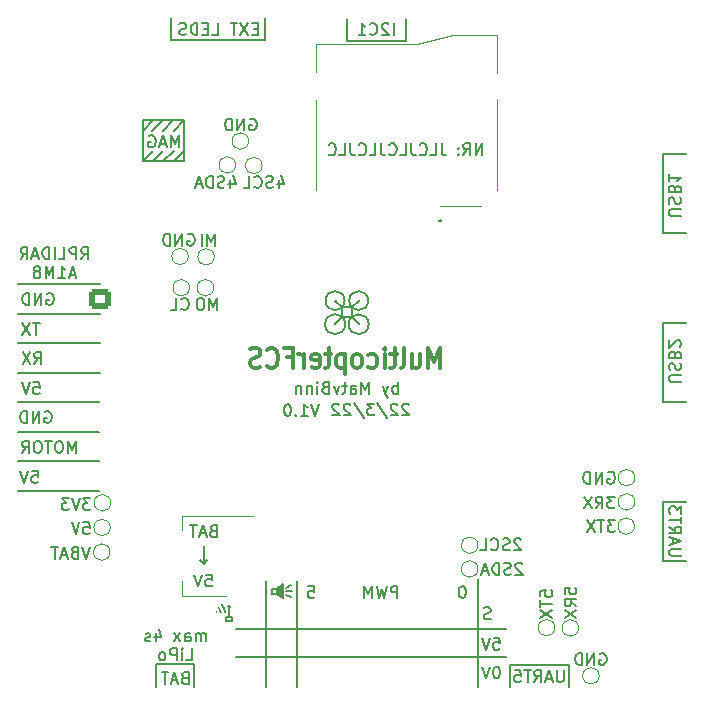
<source format=gbo>
G04 #@! TF.GenerationSoftware,KiCad,Pcbnew,(6.0.1)*
G04 #@! TF.CreationDate,2022-07-12T15:15:51+02:00*
G04 #@! TF.ProjectId,flightController,666c6967-6874-4436-9f6e-74726f6c6c65,1.0*
G04 #@! TF.SameCoordinates,Original*
G04 #@! TF.FileFunction,Legend,Bot*
G04 #@! TF.FilePolarity,Positive*
%FSLAX46Y46*%
G04 Gerber Fmt 4.6, Leading zero omitted, Abs format (unit mm)*
G04 Created by KiCad (PCBNEW (6.0.1)) date 2022-07-12 15:15:51*
%MOMM*%
%LPD*%
G01*
G04 APERTURE LIST*
G04 Aperture macros list*
%AMRoundRect*
0 Rectangle with rounded corners*
0 $1 Rounding radius*
0 $2 $3 $4 $5 $6 $7 $8 $9 X,Y pos of 4 corners*
0 Add a 4 corners polygon primitive as box body*
4,1,4,$2,$3,$4,$5,$6,$7,$8,$9,$2,$3,0*
0 Add four circle primitives for the rounded corners*
1,1,$1+$1,$2,$3*
1,1,$1+$1,$4,$5*
1,1,$1+$1,$6,$7*
1,1,$1+$1,$8,$9*
0 Add four rect primitives between the rounded corners*
20,1,$1+$1,$2,$3,$4,$5,0*
20,1,$1+$1,$4,$5,$6,$7,0*
20,1,$1+$1,$6,$7,$8,$9,0*
20,1,$1+$1,$8,$9,$2,$3,0*%
G04 Aperture macros list end*
%ADD10C,0.150000*%
%ADD11C,0.153000*%
%ADD12C,0.300000*%
%ADD13C,0.120000*%
%ADD14C,5.500000*%
%ADD15RoundRect,0.250000X-0.675000X0.600000X-0.675000X-0.600000X0.675000X-0.600000X0.675000X0.600000X0*%
%ADD16O,1.850000X1.700000*%
%ADD17R,1.700000X1.700000*%
%ADD18O,1.700000X1.700000*%
%ADD19C,0.900000*%
%ADD20C,1.700000*%
%ADD21C,1.000000*%
%ADD22R,0.700000X1.300000*%
%ADD23R,1.200000X1.400000*%
%ADD24R,1.200000X2.000000*%
%ADD25C,1.100000*%
%ADD26R,2.000000X1.500000*%
%ADD27R,2.000000X3.800000*%
G04 APERTURE END LIST*
D10*
X85200000Y-131900000D02*
X85200000Y-133800000D01*
X103125000Y-79125000D02*
X98125000Y-79125000D01*
X111597500Y-128920000D02*
X88697500Y-128920000D01*
X111950000Y-131950000D02*
X116950000Y-131950000D01*
X92697500Y-126320000D02*
X92197500Y-125920000D01*
X92197500Y-125920000D02*
X92197500Y-125520000D01*
X92197500Y-125520000D02*
X92697500Y-125120000D01*
X92697500Y-125120000D02*
X92697500Y-126320000D01*
G36*
X92697500Y-126320000D02*
G01*
X92197500Y-125920000D01*
X92197500Y-125520000D01*
X92697500Y-125120000D01*
X92697500Y-126320000D01*
G37*
X92697500Y-126320000D02*
X92197500Y-125920000D01*
X92197500Y-125520000D01*
X92697500Y-125120000D01*
X92697500Y-126320000D01*
X88162500Y-127862500D02*
X88162500Y-127037500D01*
X124925000Y-123150000D02*
X124925000Y-118150000D01*
X124902500Y-88705000D02*
X126802500Y-88705000D01*
X109200000Y-133825000D02*
X109197500Y-124720000D01*
X111597500Y-131320000D02*
X88697500Y-131320000D01*
X111950000Y-133850000D02*
X111950000Y-131950000D01*
X83450000Y-88425000D02*
X82550000Y-89325000D01*
X81750000Y-85825000D02*
X80850000Y-86725000D01*
X124900000Y-103000000D02*
X126800000Y-103000000D01*
X87925000Y-127862500D02*
X88400000Y-127862500D01*
X88400000Y-127862500D02*
X88400000Y-128237500D01*
X88400000Y-128237500D02*
X87925000Y-128237500D01*
X87925000Y-128237500D02*
X87925000Y-127862500D01*
X86000000Y-123400000D02*
X86300000Y-123100000D01*
X83225000Y-79075000D02*
X83225000Y-77175000D01*
X92997500Y-126020000D02*
X93397500Y-126220000D01*
X87464331Y-127524458D02*
G75*
G03*
X87268033Y-127114473I-443068J39848D01*
G01*
X77150000Y-112225000D02*
X70250000Y-112225000D01*
X87802500Y-127542500D02*
G75*
G03*
X87512500Y-126842500I-862703J52666D01*
G01*
X77200000Y-107225000D02*
X70300000Y-107225000D01*
X99931826Y-101110000D02*
G75*
G03*
X99931826Y-101110000I-806226J0D01*
G01*
X99181502Y-101110000D02*
G75*
G03*
X99181502Y-101110000I-55902J0D01*
G01*
X84350000Y-85825000D02*
X83450000Y-86725000D01*
X86000000Y-123400000D02*
X85700000Y-123100000D01*
X97700600Y-101685000D02*
X98550600Y-101685000D01*
X98550600Y-101685000D02*
X98550600Y-102535000D01*
X98550600Y-102535000D02*
X97700600Y-102535000D01*
X97700600Y-102535000D02*
X97700600Y-101685000D01*
X99181502Y-103110000D02*
G75*
G03*
X99181502Y-103110000I-55902J0D01*
G01*
X77150000Y-117225000D02*
X70250000Y-117225000D01*
X88262500Y-127037500D02*
G75*
G03*
X88262500Y-127037500I-100000J0D01*
G01*
X124925000Y-118150000D02*
X126825000Y-118150000D01*
X103125000Y-77225000D02*
X103125000Y-79125000D01*
X98550600Y-102535000D02*
X99125600Y-103110000D01*
X97931826Y-101110000D02*
G75*
G03*
X97931826Y-101110000I-806226J0D01*
G01*
X80850000Y-85825000D02*
X84350000Y-85825000D01*
X84350000Y-85825000D02*
X84350000Y-89325000D01*
X84350000Y-89325000D02*
X80850000Y-89325000D01*
X80850000Y-89325000D02*
X80850000Y-85825000D01*
X77200000Y-99725000D02*
X70300000Y-99725000D01*
X92997500Y-125720000D02*
X93497500Y-125720000D01*
X81750000Y-88425000D02*
X80850000Y-89325000D01*
X86000000Y-121900000D02*
X86000000Y-123400000D01*
X82575000Y-88425000D02*
X81675000Y-89325000D01*
X98125000Y-79125000D02*
X98125000Y-77225000D01*
X124902500Y-95405000D02*
X124902500Y-88705000D01*
X126800000Y-109700000D02*
X124900000Y-109700000D01*
X97700600Y-102535000D02*
X97125600Y-103110000D01*
X87104255Y-127452500D02*
G75*
G03*
X87104255Y-127452500I-51755J0D01*
G01*
X97125600Y-101110000D02*
X97700600Y-101685000D01*
X82000000Y-133800000D02*
X82000000Y-131900000D01*
X82000000Y-131900000D02*
X85200000Y-131900000D01*
X91797500Y-125520000D02*
X92197500Y-125520000D01*
X92197500Y-125520000D02*
X92197500Y-125920000D01*
X92197500Y-125920000D02*
X91797500Y-125920000D01*
X91797500Y-125920000D02*
X91797500Y-125520000D01*
X97181502Y-101110000D02*
G75*
G03*
X97181502Y-101110000I-55902J0D01*
G01*
X126825000Y-123150000D02*
X124925000Y-123150000D01*
X83425000Y-85825000D02*
X82525000Y-86725000D01*
X99974128Y-103110000D02*
G75*
G03*
X99974128Y-103110000I-848528J0D01*
G01*
X84350000Y-88425000D02*
X83450000Y-89325000D01*
X77200000Y-104725000D02*
X70300000Y-104725000D01*
X82550000Y-85825000D02*
X81650000Y-86725000D01*
X126802500Y-95405000D02*
X124902500Y-95405000D01*
X97980000Y-103110000D02*
G75*
G03*
X97980000Y-103110000I-854400J0D01*
G01*
X91300000Y-133800000D02*
X91297500Y-124850000D01*
X77200000Y-102225000D02*
X70300000Y-102225000D01*
X116950000Y-131950000D02*
X116950000Y-133850000D01*
X77150000Y-109725000D02*
X70250000Y-109725000D01*
X77150000Y-114725000D02*
X70250000Y-114725000D01*
X91225000Y-79075000D02*
X83225000Y-79075000D01*
X92997500Y-125420000D02*
X93397500Y-125220000D01*
X99125600Y-101110000D02*
X98550600Y-101685000D01*
X91225000Y-77175000D02*
X91225000Y-79075000D01*
X93897500Y-133800000D02*
X93897500Y-124820000D01*
X97181502Y-103110000D02*
G75*
G03*
X97181502Y-103110000I-55902J0D01*
G01*
X124900000Y-109700000D02*
X124900000Y-103000000D01*
D11*
X102402261Y-126272380D02*
X102402261Y-125272380D01*
X102021309Y-125272380D01*
X101926071Y-125320000D01*
X101878452Y-125367619D01*
X101830833Y-125462857D01*
X101830833Y-125605714D01*
X101878452Y-125700952D01*
X101926071Y-125748571D01*
X102021309Y-125796190D01*
X102402261Y-125796190D01*
X101497500Y-125272380D02*
X101259404Y-126272380D01*
X101068928Y-125558095D01*
X100878452Y-126272380D01*
X100640357Y-125272380D01*
X100259404Y-126272380D02*
X100259404Y-125272380D01*
X99926071Y-125986666D01*
X99592738Y-125272380D01*
X99592738Y-126272380D01*
X120815476Y-119702380D02*
X120196428Y-119702380D01*
X120529761Y-120083333D01*
X120386904Y-120083333D01*
X120291666Y-120130952D01*
X120244047Y-120178571D01*
X120196428Y-120273809D01*
X120196428Y-120511904D01*
X120244047Y-120607142D01*
X120291666Y-120654761D01*
X120386904Y-120702380D01*
X120672619Y-120702380D01*
X120767857Y-120654761D01*
X120815476Y-120607142D01*
X119910714Y-119702380D02*
X119339285Y-119702380D01*
X119625000Y-120702380D02*
X119625000Y-119702380D01*
X119101190Y-119702380D02*
X118434523Y-120702380D01*
X118434523Y-119702380D02*
X119101190Y-120702380D01*
X86177619Y-129947380D02*
X86177619Y-129280714D01*
X86177619Y-129375952D02*
X86130000Y-129328333D01*
X86034761Y-129280714D01*
X85891904Y-129280714D01*
X85796666Y-129328333D01*
X85749047Y-129423571D01*
X85749047Y-129947380D01*
X85749047Y-129423571D02*
X85701428Y-129328333D01*
X85606190Y-129280714D01*
X85463333Y-129280714D01*
X85368095Y-129328333D01*
X85320476Y-129423571D01*
X85320476Y-129947380D01*
X84415714Y-129947380D02*
X84415714Y-129423571D01*
X84463333Y-129328333D01*
X84558571Y-129280714D01*
X84749047Y-129280714D01*
X84844285Y-129328333D01*
X84415714Y-129899761D02*
X84510952Y-129947380D01*
X84749047Y-129947380D01*
X84844285Y-129899761D01*
X84891904Y-129804523D01*
X84891904Y-129709285D01*
X84844285Y-129614047D01*
X84749047Y-129566428D01*
X84510952Y-129566428D01*
X84415714Y-129518809D01*
X84034761Y-129947380D02*
X83510952Y-129280714D01*
X84034761Y-129280714D02*
X83510952Y-129947380D01*
X81939523Y-129280714D02*
X81939523Y-129947380D01*
X82177619Y-128899761D02*
X82415714Y-129614047D01*
X81796666Y-129614047D01*
X81463333Y-129899761D02*
X81368095Y-129947380D01*
X81177619Y-129947380D01*
X81082380Y-129899761D01*
X81034761Y-129804523D01*
X81034761Y-129756904D01*
X81082380Y-129661666D01*
X81177619Y-129614047D01*
X81320476Y-129614047D01*
X81415714Y-129566428D01*
X81463333Y-129471190D01*
X81463333Y-129423571D01*
X81415714Y-129328333D01*
X81320476Y-129280714D01*
X81177619Y-129280714D01*
X81082380Y-129328333D01*
X84510952Y-131557380D02*
X84987142Y-131557380D01*
X84987142Y-130557380D01*
X84177619Y-131557380D02*
X84177619Y-130890714D01*
X84177619Y-130557380D02*
X84225238Y-130605000D01*
X84177619Y-130652619D01*
X84130000Y-130605000D01*
X84177619Y-130557380D01*
X84177619Y-130652619D01*
X83701428Y-131557380D02*
X83701428Y-130557380D01*
X83320476Y-130557380D01*
X83225238Y-130605000D01*
X83177619Y-130652619D01*
X83130000Y-130747857D01*
X83130000Y-130890714D01*
X83177619Y-130985952D01*
X83225238Y-131033571D01*
X83320476Y-131081190D01*
X83701428Y-131081190D01*
X82558571Y-131557380D02*
X82653809Y-131509761D01*
X82701428Y-131462142D01*
X82749047Y-131366904D01*
X82749047Y-131081190D01*
X82701428Y-130985952D01*
X82653809Y-130938333D01*
X82558571Y-130890714D01*
X82415714Y-130890714D01*
X82320476Y-130938333D01*
X82272857Y-130985952D01*
X82225238Y-131081190D01*
X82225238Y-131366904D01*
X82272857Y-131462142D01*
X82320476Y-131509761D01*
X82415714Y-131557380D01*
X82558571Y-131557380D01*
X86788095Y-120578571D02*
X86645238Y-120626190D01*
X86597619Y-120673809D01*
X86550000Y-120769047D01*
X86550000Y-120911904D01*
X86597619Y-121007142D01*
X86645238Y-121054761D01*
X86740476Y-121102380D01*
X87121428Y-121102380D01*
X87121428Y-120102380D01*
X86788095Y-120102380D01*
X86692857Y-120150000D01*
X86645238Y-120197619D01*
X86597619Y-120292857D01*
X86597619Y-120388095D01*
X86645238Y-120483333D01*
X86692857Y-120530952D01*
X86788095Y-120578571D01*
X87121428Y-120578571D01*
X86169047Y-120816666D02*
X85692857Y-120816666D01*
X86264285Y-121102380D02*
X85930952Y-120102380D01*
X85597619Y-121102380D01*
X85407142Y-120102380D02*
X84835714Y-120102380D01*
X85121428Y-121102380D02*
X85121428Y-120102380D01*
X120236904Y-115650000D02*
X120332142Y-115602380D01*
X120475000Y-115602380D01*
X120617857Y-115650000D01*
X120713095Y-115745238D01*
X120760714Y-115840476D01*
X120808333Y-116030952D01*
X120808333Y-116173809D01*
X120760714Y-116364285D01*
X120713095Y-116459523D01*
X120617857Y-116554761D01*
X120475000Y-116602380D01*
X120379761Y-116602380D01*
X120236904Y-116554761D01*
X120189285Y-116507142D01*
X120189285Y-116173809D01*
X120379761Y-116173809D01*
X119760714Y-116602380D02*
X119760714Y-115602380D01*
X119189285Y-116602380D01*
X119189285Y-115602380D01*
X118713095Y-116602380D02*
X118713095Y-115602380D01*
X118475000Y-115602380D01*
X118332142Y-115650000D01*
X118236904Y-115745238D01*
X118189285Y-115840476D01*
X118141666Y-116030952D01*
X118141666Y-116173809D01*
X118189285Y-116364285D01*
X118236904Y-116459523D01*
X118332142Y-116554761D01*
X118475000Y-116602380D01*
X118713095Y-116602380D01*
X90558214Y-78098571D02*
X90224880Y-78098571D01*
X90082023Y-78622380D02*
X90558214Y-78622380D01*
X90558214Y-77622380D01*
X90082023Y-77622380D01*
X89748690Y-77622380D02*
X89082023Y-78622380D01*
X89082023Y-77622380D02*
X89748690Y-78622380D01*
X88843928Y-77622380D02*
X88272500Y-77622380D01*
X88558214Y-78622380D02*
X88558214Y-77622380D01*
X86701071Y-78622380D02*
X87177261Y-78622380D01*
X87177261Y-77622380D01*
X86367738Y-78098571D02*
X86034404Y-78098571D01*
X85891547Y-78622380D02*
X86367738Y-78622380D01*
X86367738Y-77622380D01*
X85891547Y-77622380D01*
X85462976Y-78622380D02*
X85462976Y-77622380D01*
X85224880Y-77622380D01*
X85082023Y-77670000D01*
X84986785Y-77765238D01*
X84939166Y-77860476D01*
X84891547Y-78050952D01*
X84891547Y-78193809D01*
X84939166Y-78384285D01*
X84986785Y-78479523D01*
X85082023Y-78574761D01*
X85224880Y-78622380D01*
X85462976Y-78622380D01*
X84510595Y-78574761D02*
X84367738Y-78622380D01*
X84129642Y-78622380D01*
X84034404Y-78574761D01*
X83986785Y-78527142D01*
X83939166Y-78431904D01*
X83939166Y-78336666D01*
X83986785Y-78241428D01*
X84034404Y-78193809D01*
X84129642Y-78146190D01*
X84320119Y-78098571D01*
X84415357Y-78050952D01*
X84462976Y-78003333D01*
X84510595Y-77908095D01*
X84510595Y-77812857D01*
X84462976Y-77717619D01*
X84415357Y-77670000D01*
X84320119Y-77622380D01*
X84082023Y-77622380D01*
X83939166Y-77670000D01*
X72111904Y-102977380D02*
X71540476Y-102977380D01*
X71826190Y-103977380D02*
X71826190Y-102977380D01*
X71302380Y-102977380D02*
X70635714Y-103977380D01*
X70635714Y-102977380D02*
X71302380Y-103977380D01*
X75636904Y-97597380D02*
X75970238Y-97121190D01*
X76208333Y-97597380D02*
X76208333Y-96597380D01*
X75827380Y-96597380D01*
X75732142Y-96645000D01*
X75684523Y-96692619D01*
X75636904Y-96787857D01*
X75636904Y-96930714D01*
X75684523Y-97025952D01*
X75732142Y-97073571D01*
X75827380Y-97121190D01*
X76208333Y-97121190D01*
X75208333Y-97597380D02*
X75208333Y-96597380D01*
X74827380Y-96597380D01*
X74732142Y-96645000D01*
X74684523Y-96692619D01*
X74636904Y-96787857D01*
X74636904Y-96930714D01*
X74684523Y-97025952D01*
X74732142Y-97073571D01*
X74827380Y-97121190D01*
X75208333Y-97121190D01*
X73732142Y-97597380D02*
X74208333Y-97597380D01*
X74208333Y-96597380D01*
X73398809Y-97597380D02*
X73398809Y-96597380D01*
X72922619Y-97597380D02*
X72922619Y-96597380D01*
X72684523Y-96597380D01*
X72541666Y-96645000D01*
X72446428Y-96740238D01*
X72398809Y-96835476D01*
X72351190Y-97025952D01*
X72351190Y-97168809D01*
X72398809Y-97359285D01*
X72446428Y-97454523D01*
X72541666Y-97549761D01*
X72684523Y-97597380D01*
X72922619Y-97597380D01*
X71970238Y-97311666D02*
X71494047Y-97311666D01*
X72065476Y-97597380D02*
X71732142Y-96597380D01*
X71398809Y-97597380D01*
X70494047Y-97597380D02*
X70827380Y-97121190D01*
X71065476Y-97597380D02*
X71065476Y-96597380D01*
X70684523Y-96597380D01*
X70589285Y-96645000D01*
X70541666Y-96692619D01*
X70494047Y-96787857D01*
X70494047Y-96930714D01*
X70541666Y-97025952D01*
X70589285Y-97073571D01*
X70684523Y-97121190D01*
X71065476Y-97121190D01*
X75136904Y-98921666D02*
X74660714Y-98921666D01*
X75232142Y-99207380D02*
X74898809Y-98207380D01*
X74565476Y-99207380D01*
X73708333Y-99207380D02*
X74279761Y-99207380D01*
X73994047Y-99207380D02*
X73994047Y-98207380D01*
X74089285Y-98350238D01*
X74184523Y-98445476D01*
X74279761Y-98493095D01*
X73279761Y-99207380D02*
X73279761Y-98207380D01*
X72946428Y-98921666D01*
X72613095Y-98207380D01*
X72613095Y-99207380D01*
X71994047Y-98635952D02*
X72089285Y-98588333D01*
X72136904Y-98540714D01*
X72184523Y-98445476D01*
X72184523Y-98397857D01*
X72136904Y-98302619D01*
X72089285Y-98255000D01*
X71994047Y-98207380D01*
X71803571Y-98207380D01*
X71708333Y-98255000D01*
X71660714Y-98302619D01*
X71613095Y-98397857D01*
X71613095Y-98445476D01*
X71660714Y-98540714D01*
X71708333Y-98588333D01*
X71803571Y-98635952D01*
X71994047Y-98635952D01*
X72089285Y-98683571D01*
X72136904Y-98731190D01*
X72184523Y-98826428D01*
X72184523Y-99016904D01*
X72136904Y-99112142D01*
X72089285Y-99159761D01*
X71994047Y-99207380D01*
X71803571Y-99207380D01*
X71708333Y-99159761D01*
X71660714Y-99112142D01*
X71613095Y-99016904D01*
X71613095Y-98826428D01*
X71660714Y-98731190D01*
X71708333Y-98683571D01*
X71803571Y-98635952D01*
X75815476Y-119852380D02*
X76291666Y-119852380D01*
X76339285Y-120328571D01*
X76291666Y-120280952D01*
X76196428Y-120233333D01*
X75958333Y-120233333D01*
X75863095Y-120280952D01*
X75815476Y-120328571D01*
X75767857Y-120423809D01*
X75767857Y-120661904D01*
X75815476Y-120757142D01*
X75863095Y-120804761D01*
X75958333Y-120852380D01*
X76196428Y-120852380D01*
X76291666Y-120804761D01*
X76339285Y-120757142D01*
X75482142Y-119852380D02*
X75148809Y-120852380D01*
X74815476Y-119852380D01*
X116552380Y-125936904D02*
X116552380Y-125460714D01*
X117028571Y-125413095D01*
X116980952Y-125460714D01*
X116933333Y-125555952D01*
X116933333Y-125794047D01*
X116980952Y-125889285D01*
X117028571Y-125936904D01*
X117123809Y-125984523D01*
X117361904Y-125984523D01*
X117457142Y-125936904D01*
X117504761Y-125889285D01*
X117552380Y-125794047D01*
X117552380Y-125555952D01*
X117504761Y-125460714D01*
X117457142Y-125413095D01*
X117552380Y-126984523D02*
X117076190Y-126651190D01*
X117552380Y-126413095D02*
X116552380Y-126413095D01*
X116552380Y-126794047D01*
X116600000Y-126889285D01*
X116647619Y-126936904D01*
X116742857Y-126984523D01*
X116885714Y-126984523D01*
X116980952Y-126936904D01*
X117028571Y-126889285D01*
X117076190Y-126794047D01*
X117076190Y-126413095D01*
X116552380Y-127317857D02*
X117552380Y-127984523D01*
X116552380Y-127984523D02*
X117552380Y-127317857D01*
D12*
X106025000Y-106794047D02*
X106025000Y-105094047D01*
X105525000Y-106308333D01*
X105025000Y-105094047D01*
X105025000Y-106794047D01*
X103667857Y-105660714D02*
X103667857Y-106794047D01*
X104310714Y-105660714D02*
X104310714Y-106551190D01*
X104239285Y-106713095D01*
X104096428Y-106794047D01*
X103882142Y-106794047D01*
X103739285Y-106713095D01*
X103667857Y-106632142D01*
X102739285Y-106794047D02*
X102882142Y-106713095D01*
X102953571Y-106551190D01*
X102953571Y-105094047D01*
X102382142Y-105660714D02*
X101810714Y-105660714D01*
X102167857Y-105094047D02*
X102167857Y-106551190D01*
X102096428Y-106713095D01*
X101953571Y-106794047D01*
X101810714Y-106794047D01*
X101310714Y-106794047D02*
X101310714Y-105660714D01*
X101310714Y-105094047D02*
X101382142Y-105175000D01*
X101310714Y-105255952D01*
X101239285Y-105175000D01*
X101310714Y-105094047D01*
X101310714Y-105255952D01*
X99953571Y-106713095D02*
X100096428Y-106794047D01*
X100382142Y-106794047D01*
X100525000Y-106713095D01*
X100596428Y-106632142D01*
X100667857Y-106470238D01*
X100667857Y-105984523D01*
X100596428Y-105822619D01*
X100525000Y-105741666D01*
X100382142Y-105660714D01*
X100096428Y-105660714D01*
X99953571Y-105741666D01*
X99096428Y-106794047D02*
X99239285Y-106713095D01*
X99310714Y-106632142D01*
X99382142Y-106470238D01*
X99382142Y-105984523D01*
X99310714Y-105822619D01*
X99239285Y-105741666D01*
X99096428Y-105660714D01*
X98882142Y-105660714D01*
X98739285Y-105741666D01*
X98667857Y-105822619D01*
X98596428Y-105984523D01*
X98596428Y-106470238D01*
X98667857Y-106632142D01*
X98739285Y-106713095D01*
X98882142Y-106794047D01*
X99096428Y-106794047D01*
X97953571Y-105660714D02*
X97953571Y-107360714D01*
X97953571Y-105741666D02*
X97810714Y-105660714D01*
X97525000Y-105660714D01*
X97382142Y-105741666D01*
X97310714Y-105822619D01*
X97239285Y-105984523D01*
X97239285Y-106470238D01*
X97310714Y-106632142D01*
X97382142Y-106713095D01*
X97525000Y-106794047D01*
X97810714Y-106794047D01*
X97953571Y-106713095D01*
X96810714Y-105660714D02*
X96239285Y-105660714D01*
X96596428Y-105094047D02*
X96596428Y-106551190D01*
X96525000Y-106713095D01*
X96382142Y-106794047D01*
X96239285Y-106794047D01*
X95167857Y-106713095D02*
X95310714Y-106794047D01*
X95596428Y-106794047D01*
X95739285Y-106713095D01*
X95810714Y-106551190D01*
X95810714Y-105903571D01*
X95739285Y-105741666D01*
X95596428Y-105660714D01*
X95310714Y-105660714D01*
X95167857Y-105741666D01*
X95096428Y-105903571D01*
X95096428Y-106065476D01*
X95810714Y-106227380D01*
X94453571Y-106794047D02*
X94453571Y-105660714D01*
X94453571Y-105984523D02*
X94382142Y-105822619D01*
X94310714Y-105741666D01*
X94167857Y-105660714D01*
X94025000Y-105660714D01*
X93025000Y-105903571D02*
X93525000Y-105903571D01*
X93525000Y-106794047D02*
X93525000Y-105094047D01*
X92810714Y-105094047D01*
X91382142Y-106632142D02*
X91453571Y-106713095D01*
X91667857Y-106794047D01*
X91810714Y-106794047D01*
X92025000Y-106713095D01*
X92167857Y-106551190D01*
X92239285Y-106389285D01*
X92310714Y-106065476D01*
X92310714Y-105822619D01*
X92239285Y-105498809D01*
X92167857Y-105336904D01*
X92025000Y-105175000D01*
X91810714Y-105094047D01*
X91667857Y-105094047D01*
X91453571Y-105175000D01*
X91382142Y-105255952D01*
X90810714Y-106713095D02*
X90596428Y-106794047D01*
X90239285Y-106794047D01*
X90096428Y-106713095D01*
X90025000Y-106632142D01*
X89953571Y-106470238D01*
X89953571Y-106308333D01*
X90025000Y-106146428D01*
X90096428Y-106065476D01*
X90239285Y-105984523D01*
X90525000Y-105903571D01*
X90667857Y-105822619D01*
X90739285Y-105741666D01*
X90810714Y-105579761D01*
X90810714Y-105417857D01*
X90739285Y-105255952D01*
X90667857Y-105175000D01*
X90525000Y-105094047D01*
X90167857Y-105094047D01*
X89953571Y-105175000D01*
D11*
X72736904Y-100525000D02*
X72832142Y-100477380D01*
X72975000Y-100477380D01*
X73117857Y-100525000D01*
X73213095Y-100620238D01*
X73260714Y-100715476D01*
X73308333Y-100905952D01*
X73308333Y-101048809D01*
X73260714Y-101239285D01*
X73213095Y-101334523D01*
X73117857Y-101429761D01*
X72975000Y-101477380D01*
X72879761Y-101477380D01*
X72736904Y-101429761D01*
X72689285Y-101382142D01*
X72689285Y-101048809D01*
X72879761Y-101048809D01*
X72260714Y-101477380D02*
X72260714Y-100477380D01*
X71689285Y-101477380D01*
X71689285Y-100477380D01*
X71213095Y-101477380D02*
X71213095Y-100477380D01*
X70975000Y-100477380D01*
X70832142Y-100525000D01*
X70736904Y-100620238D01*
X70689285Y-100715476D01*
X70641666Y-100905952D01*
X70641666Y-101048809D01*
X70689285Y-101239285D01*
X70736904Y-101334523D01*
X70832142Y-101429761D01*
X70975000Y-101477380D01*
X71213095Y-101477380D01*
X92340476Y-90885714D02*
X92340476Y-91552380D01*
X92578571Y-90504761D02*
X92816666Y-91219047D01*
X92197619Y-91219047D01*
X91864285Y-91504761D02*
X91721428Y-91552380D01*
X91483333Y-91552380D01*
X91388095Y-91504761D01*
X91340476Y-91457142D01*
X91292857Y-91361904D01*
X91292857Y-91266666D01*
X91340476Y-91171428D01*
X91388095Y-91123809D01*
X91483333Y-91076190D01*
X91673809Y-91028571D01*
X91769047Y-90980952D01*
X91816666Y-90933333D01*
X91864285Y-90838095D01*
X91864285Y-90742857D01*
X91816666Y-90647619D01*
X91769047Y-90600000D01*
X91673809Y-90552380D01*
X91435714Y-90552380D01*
X91292857Y-90600000D01*
X90292857Y-91457142D02*
X90340476Y-91504761D01*
X90483333Y-91552380D01*
X90578571Y-91552380D01*
X90721428Y-91504761D01*
X90816666Y-91409523D01*
X90864285Y-91314285D01*
X90911904Y-91123809D01*
X90911904Y-90980952D01*
X90864285Y-90790476D01*
X90816666Y-90695238D01*
X90721428Y-90600000D01*
X90578571Y-90552380D01*
X90483333Y-90552380D01*
X90340476Y-90600000D01*
X90292857Y-90647619D01*
X89388095Y-91552380D02*
X89864285Y-91552380D01*
X89864285Y-90552380D01*
X114502380Y-126155952D02*
X114502380Y-125679761D01*
X114978571Y-125632142D01*
X114930952Y-125679761D01*
X114883333Y-125775000D01*
X114883333Y-126013095D01*
X114930952Y-126108333D01*
X114978571Y-126155952D01*
X115073809Y-126203571D01*
X115311904Y-126203571D01*
X115407142Y-126155952D01*
X115454761Y-126108333D01*
X115502380Y-126013095D01*
X115502380Y-125775000D01*
X115454761Y-125679761D01*
X115407142Y-125632142D01*
X114502380Y-126489285D02*
X114502380Y-127060714D01*
X115502380Y-126775000D02*
X114502380Y-126775000D01*
X114502380Y-127298809D02*
X115502380Y-127965476D01*
X114502380Y-127965476D02*
X115502380Y-127298809D01*
X110540476Y-129647380D02*
X111016666Y-129647380D01*
X111064285Y-130123571D01*
X111016666Y-130075952D01*
X110921428Y-130028333D01*
X110683333Y-130028333D01*
X110588095Y-130075952D01*
X110540476Y-130123571D01*
X110492857Y-130218809D01*
X110492857Y-130456904D01*
X110540476Y-130552142D01*
X110588095Y-130599761D01*
X110683333Y-130647380D01*
X110921428Y-130647380D01*
X111016666Y-130599761D01*
X111064285Y-130552142D01*
X110207142Y-129647380D02*
X109873809Y-130647380D01*
X109540476Y-129647380D01*
X126372619Y-93938095D02*
X125563095Y-93938095D01*
X125467857Y-93890476D01*
X125420238Y-93842857D01*
X125372619Y-93747619D01*
X125372619Y-93557142D01*
X125420238Y-93461904D01*
X125467857Y-93414285D01*
X125563095Y-93366666D01*
X126372619Y-93366666D01*
X125420238Y-92938095D02*
X125372619Y-92795238D01*
X125372619Y-92557142D01*
X125420238Y-92461904D01*
X125467857Y-92414285D01*
X125563095Y-92366666D01*
X125658333Y-92366666D01*
X125753571Y-92414285D01*
X125801190Y-92461904D01*
X125848809Y-92557142D01*
X125896428Y-92747619D01*
X125944047Y-92842857D01*
X125991666Y-92890476D01*
X126086904Y-92938095D01*
X126182142Y-92938095D01*
X126277380Y-92890476D01*
X126325000Y-92842857D01*
X126372619Y-92747619D01*
X126372619Y-92509523D01*
X126325000Y-92366666D01*
X125896428Y-91604761D02*
X125848809Y-91461904D01*
X125801190Y-91414285D01*
X125705952Y-91366666D01*
X125563095Y-91366666D01*
X125467857Y-91414285D01*
X125420238Y-91461904D01*
X125372619Y-91557142D01*
X125372619Y-91938095D01*
X126372619Y-91938095D01*
X126372619Y-91604761D01*
X126325000Y-91509523D01*
X126277380Y-91461904D01*
X126182142Y-91414285D01*
X126086904Y-91414285D01*
X125991666Y-91461904D01*
X125944047Y-91509523D01*
X125896428Y-91604761D01*
X125896428Y-91938095D01*
X125372619Y-90414285D02*
X125372619Y-90985714D01*
X125372619Y-90700000D02*
X126372619Y-90700000D01*
X126229761Y-90795238D01*
X126134523Y-90890476D01*
X126086904Y-90985714D01*
X76392857Y-121952380D02*
X76059523Y-122952380D01*
X75726190Y-121952380D01*
X75059523Y-122428571D02*
X74916666Y-122476190D01*
X74869047Y-122523809D01*
X74821428Y-122619047D01*
X74821428Y-122761904D01*
X74869047Y-122857142D01*
X74916666Y-122904761D01*
X75011904Y-122952380D01*
X75392857Y-122952380D01*
X75392857Y-121952380D01*
X75059523Y-121952380D01*
X74964285Y-122000000D01*
X74916666Y-122047619D01*
X74869047Y-122142857D01*
X74869047Y-122238095D01*
X74916666Y-122333333D01*
X74964285Y-122380952D01*
X75059523Y-122428571D01*
X75392857Y-122428571D01*
X74440476Y-122666666D02*
X73964285Y-122666666D01*
X74535714Y-122952380D02*
X74202380Y-121952380D01*
X73869047Y-122952380D01*
X73678571Y-121952380D02*
X73107142Y-121952380D01*
X73392857Y-122952380D02*
X73392857Y-121952380D01*
X95758809Y-109867380D02*
X95425476Y-110867380D01*
X95092142Y-109867380D01*
X94235000Y-110867380D02*
X94806428Y-110867380D01*
X94520714Y-110867380D02*
X94520714Y-109867380D01*
X94615952Y-110010238D01*
X94711190Y-110105476D01*
X94806428Y-110153095D01*
X93806428Y-110772142D02*
X93758809Y-110819761D01*
X93806428Y-110867380D01*
X93854047Y-110819761D01*
X93806428Y-110772142D01*
X93806428Y-110867380D01*
X93139761Y-109867380D02*
X93044523Y-109867380D01*
X92949285Y-109915000D01*
X92901666Y-109962619D01*
X92854047Y-110057857D01*
X92806428Y-110248333D01*
X92806428Y-110486428D01*
X92854047Y-110676904D01*
X92901666Y-110772142D01*
X92949285Y-110819761D01*
X93044523Y-110867380D01*
X93139761Y-110867380D01*
X93235000Y-110819761D01*
X93282619Y-110772142D01*
X93330238Y-110676904D01*
X93377857Y-110486428D01*
X93377857Y-110248333D01*
X93330238Y-110057857D01*
X93282619Y-109962619D01*
X93235000Y-109915000D01*
X93139761Y-109867380D01*
X112970476Y-123407619D02*
X112922857Y-123360000D01*
X112827619Y-123312380D01*
X112589523Y-123312380D01*
X112494285Y-123360000D01*
X112446666Y-123407619D01*
X112399047Y-123502857D01*
X112399047Y-123598095D01*
X112446666Y-123740952D01*
X113018095Y-124312380D01*
X112399047Y-124312380D01*
X112018095Y-124264761D02*
X111875238Y-124312380D01*
X111637142Y-124312380D01*
X111541904Y-124264761D01*
X111494285Y-124217142D01*
X111446666Y-124121904D01*
X111446666Y-124026666D01*
X111494285Y-123931428D01*
X111541904Y-123883809D01*
X111637142Y-123836190D01*
X111827619Y-123788571D01*
X111922857Y-123740952D01*
X111970476Y-123693333D01*
X112018095Y-123598095D01*
X112018095Y-123502857D01*
X111970476Y-123407619D01*
X111922857Y-123360000D01*
X111827619Y-123312380D01*
X111589523Y-123312380D01*
X111446666Y-123360000D01*
X111018095Y-124312380D02*
X111018095Y-123312380D01*
X110780000Y-123312380D01*
X110637142Y-123360000D01*
X110541904Y-123455238D01*
X110494285Y-123550476D01*
X110446666Y-123740952D01*
X110446666Y-123883809D01*
X110494285Y-124074285D01*
X110541904Y-124169523D01*
X110637142Y-124264761D01*
X110780000Y-124312380D01*
X111018095Y-124312380D01*
X110065714Y-124026666D02*
X109589523Y-124026666D01*
X110160952Y-124312380D02*
X109827619Y-123312380D01*
X109494285Y-124312380D01*
X84385595Y-133023571D02*
X84242738Y-133071190D01*
X84195119Y-133118809D01*
X84147500Y-133214047D01*
X84147500Y-133356904D01*
X84195119Y-133452142D01*
X84242738Y-133499761D01*
X84337976Y-133547380D01*
X84718928Y-133547380D01*
X84718928Y-132547380D01*
X84385595Y-132547380D01*
X84290357Y-132595000D01*
X84242738Y-132642619D01*
X84195119Y-132737857D01*
X84195119Y-132833095D01*
X84242738Y-132928333D01*
X84290357Y-132975952D01*
X84385595Y-133023571D01*
X84718928Y-133023571D01*
X83766547Y-133261666D02*
X83290357Y-133261666D01*
X83861785Y-133547380D02*
X83528452Y-132547380D01*
X83195119Y-133547380D01*
X83004642Y-132547380D02*
X82433214Y-132547380D01*
X82718928Y-133547380D02*
X82718928Y-132547380D01*
X120809523Y-117702380D02*
X120190476Y-117702380D01*
X120523809Y-118083333D01*
X120380952Y-118083333D01*
X120285714Y-118130952D01*
X120238095Y-118178571D01*
X120190476Y-118273809D01*
X120190476Y-118511904D01*
X120238095Y-118607142D01*
X120285714Y-118654761D01*
X120380952Y-118702380D01*
X120666666Y-118702380D01*
X120761904Y-118654761D01*
X120809523Y-118607142D01*
X119190476Y-118702380D02*
X119523809Y-118226190D01*
X119761904Y-118702380D02*
X119761904Y-117702380D01*
X119380952Y-117702380D01*
X119285714Y-117750000D01*
X119238095Y-117797619D01*
X119190476Y-117892857D01*
X119190476Y-118035714D01*
X119238095Y-118130952D01*
X119285714Y-118178571D01*
X119380952Y-118226190D01*
X119761904Y-118226190D01*
X118857142Y-117702380D02*
X118190476Y-118702380D01*
X118190476Y-117702380D02*
X118857142Y-118702380D01*
X87157142Y-101902380D02*
X87157142Y-100902380D01*
X86823809Y-101616666D01*
X86490476Y-100902380D01*
X86490476Y-101902380D01*
X85823809Y-100902380D02*
X85633333Y-100902380D01*
X85538095Y-100950000D01*
X85442857Y-101045238D01*
X85395238Y-101235714D01*
X85395238Y-101569047D01*
X85442857Y-101759523D01*
X85538095Y-101854761D01*
X85633333Y-101902380D01*
X85823809Y-101902380D01*
X85919047Y-101854761D01*
X86014285Y-101759523D01*
X86061904Y-101569047D01*
X86061904Y-101235714D01*
X86014285Y-101045238D01*
X85919047Y-100950000D01*
X85823809Y-100902380D01*
X102077380Y-78622380D02*
X102077380Y-77622380D01*
X101648809Y-77717619D02*
X101601190Y-77670000D01*
X101505952Y-77622380D01*
X101267857Y-77622380D01*
X101172619Y-77670000D01*
X101125000Y-77717619D01*
X101077380Y-77812857D01*
X101077380Y-77908095D01*
X101125000Y-78050952D01*
X101696428Y-78622380D01*
X101077380Y-78622380D01*
X100077380Y-78527142D02*
X100125000Y-78574761D01*
X100267857Y-78622380D01*
X100363095Y-78622380D01*
X100505952Y-78574761D01*
X100601190Y-78479523D01*
X100648809Y-78384285D01*
X100696428Y-78193809D01*
X100696428Y-78050952D01*
X100648809Y-77860476D01*
X100601190Y-77765238D01*
X100505952Y-77670000D01*
X100363095Y-77622380D01*
X100267857Y-77622380D01*
X100125000Y-77670000D01*
X100077380Y-77717619D01*
X99125000Y-78622380D02*
X99696428Y-78622380D01*
X99410714Y-78622380D02*
X99410714Y-77622380D01*
X99505952Y-77765238D01*
X99601190Y-77860476D01*
X99696428Y-77908095D01*
X103363095Y-109922619D02*
X103315476Y-109875000D01*
X103220238Y-109827380D01*
X102982142Y-109827380D01*
X102886904Y-109875000D01*
X102839285Y-109922619D01*
X102791666Y-110017857D01*
X102791666Y-110113095D01*
X102839285Y-110255952D01*
X103410714Y-110827380D01*
X102791666Y-110827380D01*
X102410714Y-109922619D02*
X102363095Y-109875000D01*
X102267857Y-109827380D01*
X102029761Y-109827380D01*
X101934523Y-109875000D01*
X101886904Y-109922619D01*
X101839285Y-110017857D01*
X101839285Y-110113095D01*
X101886904Y-110255952D01*
X102458333Y-110827380D01*
X101839285Y-110827380D01*
X100696428Y-109779761D02*
X101553571Y-111065476D01*
X100458333Y-109827380D02*
X99839285Y-109827380D01*
X100172619Y-110208333D01*
X100029761Y-110208333D01*
X99934523Y-110255952D01*
X99886904Y-110303571D01*
X99839285Y-110398809D01*
X99839285Y-110636904D01*
X99886904Y-110732142D01*
X99934523Y-110779761D01*
X100029761Y-110827380D01*
X100315476Y-110827380D01*
X100410714Y-110779761D01*
X100458333Y-110732142D01*
X98696428Y-109779761D02*
X99553571Y-111065476D01*
X98410714Y-109922619D02*
X98363095Y-109875000D01*
X98267857Y-109827380D01*
X98029761Y-109827380D01*
X97934523Y-109875000D01*
X97886904Y-109922619D01*
X97839285Y-110017857D01*
X97839285Y-110113095D01*
X97886904Y-110255952D01*
X98458333Y-110827380D01*
X97839285Y-110827380D01*
X97458333Y-109922619D02*
X97410714Y-109875000D01*
X97315476Y-109827380D01*
X97077380Y-109827380D01*
X96982142Y-109875000D01*
X96934523Y-109922619D01*
X96886904Y-110017857D01*
X96886904Y-110113095D01*
X96934523Y-110255952D01*
X97505952Y-110827380D01*
X96886904Y-110827380D01*
X102439523Y-108982380D02*
X102439523Y-107982380D01*
X102439523Y-108363333D02*
X102344285Y-108315714D01*
X102153809Y-108315714D01*
X102058571Y-108363333D01*
X102010952Y-108410952D01*
X101963333Y-108506190D01*
X101963333Y-108791904D01*
X102010952Y-108887142D01*
X102058571Y-108934761D01*
X102153809Y-108982380D01*
X102344285Y-108982380D01*
X102439523Y-108934761D01*
X101630000Y-108315714D02*
X101391904Y-108982380D01*
X101153809Y-108315714D02*
X101391904Y-108982380D01*
X101487142Y-109220476D01*
X101534761Y-109268095D01*
X101630000Y-109315714D01*
X100010952Y-108982380D02*
X100010952Y-107982380D01*
X99677619Y-108696666D01*
X99344285Y-107982380D01*
X99344285Y-108982380D01*
X98439523Y-108982380D02*
X98439523Y-108458571D01*
X98487142Y-108363333D01*
X98582380Y-108315714D01*
X98772857Y-108315714D01*
X98868095Y-108363333D01*
X98439523Y-108934761D02*
X98534761Y-108982380D01*
X98772857Y-108982380D01*
X98868095Y-108934761D01*
X98915714Y-108839523D01*
X98915714Y-108744285D01*
X98868095Y-108649047D01*
X98772857Y-108601428D01*
X98534761Y-108601428D01*
X98439523Y-108553809D01*
X98106190Y-108315714D02*
X97725238Y-108315714D01*
X97963333Y-107982380D02*
X97963333Y-108839523D01*
X97915714Y-108934761D01*
X97820476Y-108982380D01*
X97725238Y-108982380D01*
X97487142Y-108315714D02*
X97249047Y-108982380D01*
X97010952Y-108315714D01*
X96296666Y-108458571D02*
X96153809Y-108506190D01*
X96106190Y-108553809D01*
X96058571Y-108649047D01*
X96058571Y-108791904D01*
X96106190Y-108887142D01*
X96153809Y-108934761D01*
X96249047Y-108982380D01*
X96630000Y-108982380D01*
X96630000Y-107982380D01*
X96296666Y-107982380D01*
X96201428Y-108030000D01*
X96153809Y-108077619D01*
X96106190Y-108172857D01*
X96106190Y-108268095D01*
X96153809Y-108363333D01*
X96201428Y-108410952D01*
X96296666Y-108458571D01*
X96630000Y-108458571D01*
X95630000Y-108982380D02*
X95630000Y-108315714D01*
X95630000Y-107982380D02*
X95677619Y-108030000D01*
X95630000Y-108077619D01*
X95582380Y-108030000D01*
X95630000Y-107982380D01*
X95630000Y-108077619D01*
X95153809Y-108315714D02*
X95153809Y-108982380D01*
X95153809Y-108410952D02*
X95106190Y-108363333D01*
X95010952Y-108315714D01*
X94868095Y-108315714D01*
X94772857Y-108363333D01*
X94725238Y-108458571D01*
X94725238Y-108982380D01*
X94249047Y-108315714D02*
X94249047Y-108982380D01*
X94249047Y-108410952D02*
X94201428Y-108363333D01*
X94106190Y-108315714D01*
X93963333Y-108315714D01*
X93868095Y-108363333D01*
X93820476Y-108458571D01*
X93820476Y-108982380D01*
X71465476Y-115527380D02*
X71941666Y-115527380D01*
X71989285Y-116003571D01*
X71941666Y-115955952D01*
X71846428Y-115908333D01*
X71608333Y-115908333D01*
X71513095Y-115955952D01*
X71465476Y-116003571D01*
X71417857Y-116098809D01*
X71417857Y-116336904D01*
X71465476Y-116432142D01*
X71513095Y-116479761D01*
X71608333Y-116527380D01*
X71846428Y-116527380D01*
X71941666Y-116479761D01*
X71989285Y-116432142D01*
X71132142Y-115527380D02*
X70798809Y-116527380D01*
X70465476Y-115527380D01*
X83886904Y-88127380D02*
X83886904Y-87127380D01*
X83553571Y-87841666D01*
X83220238Y-87127380D01*
X83220238Y-88127380D01*
X82791666Y-87841666D02*
X82315476Y-87841666D01*
X82886904Y-88127380D02*
X82553571Y-87127380D01*
X82220238Y-88127380D01*
X81363095Y-87175000D02*
X81458333Y-87127380D01*
X81601190Y-87127380D01*
X81744047Y-87175000D01*
X81839285Y-87270238D01*
X81886904Y-87365476D01*
X81934523Y-87555952D01*
X81934523Y-87698809D01*
X81886904Y-87889285D01*
X81839285Y-87984523D01*
X81744047Y-88079761D01*
X81601190Y-88127380D01*
X81505952Y-88127380D01*
X81363095Y-88079761D01*
X81315476Y-88032142D01*
X81315476Y-87698809D01*
X81505952Y-87698809D01*
X112856666Y-121337619D02*
X112809047Y-121290000D01*
X112713809Y-121242380D01*
X112475714Y-121242380D01*
X112380476Y-121290000D01*
X112332857Y-121337619D01*
X112285238Y-121432857D01*
X112285238Y-121528095D01*
X112332857Y-121670952D01*
X112904285Y-122242380D01*
X112285238Y-122242380D01*
X111904285Y-122194761D02*
X111761428Y-122242380D01*
X111523333Y-122242380D01*
X111428095Y-122194761D01*
X111380476Y-122147142D01*
X111332857Y-122051904D01*
X111332857Y-121956666D01*
X111380476Y-121861428D01*
X111428095Y-121813809D01*
X111523333Y-121766190D01*
X111713809Y-121718571D01*
X111809047Y-121670952D01*
X111856666Y-121623333D01*
X111904285Y-121528095D01*
X111904285Y-121432857D01*
X111856666Y-121337619D01*
X111809047Y-121290000D01*
X111713809Y-121242380D01*
X111475714Y-121242380D01*
X111332857Y-121290000D01*
X110332857Y-122147142D02*
X110380476Y-122194761D01*
X110523333Y-122242380D01*
X110618571Y-122242380D01*
X110761428Y-122194761D01*
X110856666Y-122099523D01*
X110904285Y-122004285D01*
X110951904Y-121813809D01*
X110951904Y-121670952D01*
X110904285Y-121480476D01*
X110856666Y-121385238D01*
X110761428Y-121290000D01*
X110618571Y-121242380D01*
X110523333Y-121242380D01*
X110380476Y-121290000D01*
X110332857Y-121337619D01*
X109428095Y-122242380D02*
X109904285Y-122242380D01*
X109904285Y-121242380D01*
X126422619Y-122721428D02*
X125613095Y-122721428D01*
X125517857Y-122673809D01*
X125470238Y-122626190D01*
X125422619Y-122530952D01*
X125422619Y-122340476D01*
X125470238Y-122245238D01*
X125517857Y-122197619D01*
X125613095Y-122150000D01*
X126422619Y-122150000D01*
X125708333Y-121721428D02*
X125708333Y-121245238D01*
X125422619Y-121816666D02*
X126422619Y-121483333D01*
X125422619Y-121150000D01*
X125422619Y-120245238D02*
X125898809Y-120578571D01*
X125422619Y-120816666D02*
X126422619Y-120816666D01*
X126422619Y-120435714D01*
X126375000Y-120340476D01*
X126327380Y-120292857D01*
X126232142Y-120245238D01*
X126089285Y-120245238D01*
X125994047Y-120292857D01*
X125946428Y-120340476D01*
X125898809Y-120435714D01*
X125898809Y-120816666D01*
X126422619Y-119959523D02*
X126422619Y-119388095D01*
X125422619Y-119673809D02*
X126422619Y-119673809D01*
X126422619Y-119150000D02*
X126422619Y-118530952D01*
X126041666Y-118864285D01*
X126041666Y-118721428D01*
X125994047Y-118626190D01*
X125946428Y-118578571D01*
X125851190Y-118530952D01*
X125613095Y-118530952D01*
X125517857Y-118578571D01*
X125470238Y-118626190D01*
X125422619Y-118721428D01*
X125422619Y-119007142D01*
X125470238Y-119102380D01*
X125517857Y-119150000D01*
X116471428Y-132402380D02*
X116471428Y-133211904D01*
X116423809Y-133307142D01*
X116376190Y-133354761D01*
X116280952Y-133402380D01*
X116090476Y-133402380D01*
X115995238Y-133354761D01*
X115947619Y-133307142D01*
X115900000Y-133211904D01*
X115900000Y-132402380D01*
X115471428Y-133116666D02*
X114995238Y-133116666D01*
X115566666Y-133402380D02*
X115233333Y-132402380D01*
X114900000Y-133402380D01*
X113995238Y-133402380D02*
X114328571Y-132926190D01*
X114566666Y-133402380D02*
X114566666Y-132402380D01*
X114185714Y-132402380D01*
X114090476Y-132450000D01*
X114042857Y-132497619D01*
X113995238Y-132592857D01*
X113995238Y-132735714D01*
X114042857Y-132830952D01*
X114090476Y-132878571D01*
X114185714Y-132926190D01*
X114566666Y-132926190D01*
X113709523Y-132402380D02*
X113138095Y-132402380D01*
X113423809Y-133402380D02*
X113423809Y-132402380D01*
X112328571Y-132402380D02*
X112804761Y-132402380D01*
X112852380Y-132878571D01*
X112804761Y-132830952D01*
X112709523Y-132783333D01*
X112471428Y-132783333D01*
X112376190Y-132830952D01*
X112328571Y-132878571D01*
X112280952Y-132973809D01*
X112280952Y-133211904D01*
X112328571Y-133307142D01*
X112376190Y-133354761D01*
X112471428Y-133402380D01*
X112709523Y-133402380D01*
X112804761Y-133354761D01*
X112852380Y-133307142D01*
X94859404Y-125272380D02*
X95335595Y-125272380D01*
X95383214Y-125748571D01*
X95335595Y-125700952D01*
X95240357Y-125653333D01*
X95002261Y-125653333D01*
X94907023Y-125700952D01*
X94859404Y-125748571D01*
X94811785Y-125843809D01*
X94811785Y-126081904D01*
X94859404Y-126177142D01*
X94907023Y-126224761D01*
X95002261Y-126272380D01*
X95240357Y-126272380D01*
X95335595Y-126224761D01*
X95383214Y-126177142D01*
X71666666Y-106477380D02*
X72000000Y-106001190D01*
X72238095Y-106477380D02*
X72238095Y-105477380D01*
X71857142Y-105477380D01*
X71761904Y-105525000D01*
X71714285Y-105572619D01*
X71666666Y-105667857D01*
X71666666Y-105810714D01*
X71714285Y-105905952D01*
X71761904Y-105953571D01*
X71857142Y-106001190D01*
X72238095Y-106001190D01*
X71333333Y-105477380D02*
X70666666Y-106477380D01*
X70666666Y-105477380D02*
X71333333Y-106477380D01*
X75186904Y-114002380D02*
X75186904Y-113002380D01*
X74853571Y-113716666D01*
X74520238Y-113002380D01*
X74520238Y-114002380D01*
X73853571Y-113002380D02*
X73663095Y-113002380D01*
X73567857Y-113050000D01*
X73472619Y-113145238D01*
X73425000Y-113335714D01*
X73425000Y-113669047D01*
X73472619Y-113859523D01*
X73567857Y-113954761D01*
X73663095Y-114002380D01*
X73853571Y-114002380D01*
X73948809Y-113954761D01*
X74044047Y-113859523D01*
X74091666Y-113669047D01*
X74091666Y-113335714D01*
X74044047Y-113145238D01*
X73948809Y-113050000D01*
X73853571Y-113002380D01*
X73139285Y-113002380D02*
X72567857Y-113002380D01*
X72853571Y-114002380D02*
X72853571Y-113002380D01*
X72044047Y-113002380D02*
X71853571Y-113002380D01*
X71758333Y-113050000D01*
X71663095Y-113145238D01*
X71615476Y-113335714D01*
X71615476Y-113669047D01*
X71663095Y-113859523D01*
X71758333Y-113954761D01*
X71853571Y-114002380D01*
X72044047Y-114002380D01*
X72139285Y-113954761D01*
X72234523Y-113859523D01*
X72282142Y-113669047D01*
X72282142Y-113335714D01*
X72234523Y-113145238D01*
X72139285Y-113050000D01*
X72044047Y-113002380D01*
X70615476Y-114002380D02*
X70948809Y-113526190D01*
X71186904Y-114002380D02*
X71186904Y-113002380D01*
X70805952Y-113002380D01*
X70710714Y-113050000D01*
X70663095Y-113097619D01*
X70615476Y-113192857D01*
X70615476Y-113335714D01*
X70663095Y-113430952D01*
X70710714Y-113478571D01*
X70805952Y-113526190D01*
X71186904Y-113526190D01*
X86971428Y-96452380D02*
X86971428Y-95452380D01*
X86638095Y-96166666D01*
X86304761Y-95452380D01*
X86304761Y-96452380D01*
X85828571Y-96452380D02*
X85828571Y-95452380D01*
X71590476Y-108002380D02*
X72066666Y-108002380D01*
X72114285Y-108478571D01*
X72066666Y-108430952D01*
X71971428Y-108383333D01*
X71733333Y-108383333D01*
X71638095Y-108430952D01*
X71590476Y-108478571D01*
X71542857Y-108573809D01*
X71542857Y-108811904D01*
X71590476Y-108907142D01*
X71638095Y-108954761D01*
X71733333Y-109002380D01*
X71971428Y-109002380D01*
X72066666Y-108954761D01*
X72114285Y-108907142D01*
X71257142Y-108002380D02*
X70923809Y-109002380D01*
X70590476Y-108002380D01*
X109598809Y-88777380D02*
X109598809Y-87777380D01*
X109027380Y-88777380D01*
X109027380Y-87777380D01*
X107979761Y-88777380D02*
X108313095Y-88301190D01*
X108551190Y-88777380D02*
X108551190Y-87777380D01*
X108170238Y-87777380D01*
X108075000Y-87825000D01*
X108027380Y-87872619D01*
X107979761Y-87967857D01*
X107979761Y-88110714D01*
X108027380Y-88205952D01*
X108075000Y-88253571D01*
X108170238Y-88301190D01*
X108551190Y-88301190D01*
X107551190Y-88682142D02*
X107503571Y-88729761D01*
X107551190Y-88777380D01*
X107598809Y-88729761D01*
X107551190Y-88682142D01*
X107551190Y-88777380D01*
X107551190Y-88158333D02*
X107503571Y-88205952D01*
X107551190Y-88253571D01*
X107598809Y-88205952D01*
X107551190Y-88158333D01*
X107551190Y-88253571D01*
X86190476Y-124302380D02*
X86666666Y-124302380D01*
X86714285Y-124778571D01*
X86666666Y-124730952D01*
X86571428Y-124683333D01*
X86333333Y-124683333D01*
X86238095Y-124730952D01*
X86190476Y-124778571D01*
X86142857Y-124873809D01*
X86142857Y-125111904D01*
X86190476Y-125207142D01*
X86238095Y-125254761D01*
X86333333Y-125302380D01*
X86571428Y-125302380D01*
X86666666Y-125254761D01*
X86714285Y-125207142D01*
X85857142Y-124302380D02*
X85523809Y-125302380D01*
X85190476Y-124302380D01*
X107945119Y-125272380D02*
X107849880Y-125272380D01*
X107754642Y-125320000D01*
X107707023Y-125367619D01*
X107659404Y-125462857D01*
X107611785Y-125653333D01*
X107611785Y-125891428D01*
X107659404Y-126081904D01*
X107707023Y-126177142D01*
X107754642Y-126224761D01*
X107849880Y-126272380D01*
X107945119Y-126272380D01*
X108040357Y-126224761D01*
X108087976Y-126177142D01*
X108135595Y-126081904D01*
X108183214Y-125891428D01*
X108183214Y-125653333D01*
X108135595Y-125462857D01*
X108087976Y-125367619D01*
X108040357Y-125320000D01*
X107945119Y-125272380D01*
X126397619Y-107988095D02*
X125588095Y-107988095D01*
X125492857Y-107940476D01*
X125445238Y-107892857D01*
X125397619Y-107797619D01*
X125397619Y-107607142D01*
X125445238Y-107511904D01*
X125492857Y-107464285D01*
X125588095Y-107416666D01*
X126397619Y-107416666D01*
X125445238Y-106988095D02*
X125397619Y-106845238D01*
X125397619Y-106607142D01*
X125445238Y-106511904D01*
X125492857Y-106464285D01*
X125588095Y-106416666D01*
X125683333Y-106416666D01*
X125778571Y-106464285D01*
X125826190Y-106511904D01*
X125873809Y-106607142D01*
X125921428Y-106797619D01*
X125969047Y-106892857D01*
X126016666Y-106940476D01*
X126111904Y-106988095D01*
X126207142Y-106988095D01*
X126302380Y-106940476D01*
X126350000Y-106892857D01*
X126397619Y-106797619D01*
X126397619Y-106559523D01*
X126350000Y-106416666D01*
X125921428Y-105654761D02*
X125873809Y-105511904D01*
X125826190Y-105464285D01*
X125730952Y-105416666D01*
X125588095Y-105416666D01*
X125492857Y-105464285D01*
X125445238Y-105511904D01*
X125397619Y-105607142D01*
X125397619Y-105988095D01*
X126397619Y-105988095D01*
X126397619Y-105654761D01*
X126350000Y-105559523D01*
X126302380Y-105511904D01*
X126207142Y-105464285D01*
X126111904Y-105464285D01*
X126016666Y-105511904D01*
X125969047Y-105559523D01*
X125921428Y-105654761D01*
X125921428Y-105988095D01*
X126302380Y-105035714D02*
X126350000Y-104988095D01*
X126397619Y-104892857D01*
X126397619Y-104654761D01*
X126350000Y-104559523D01*
X126302380Y-104511904D01*
X126207142Y-104464285D01*
X126111904Y-104464285D01*
X125969047Y-104511904D01*
X125397619Y-105083333D01*
X125397619Y-104464285D01*
X110826190Y-132102380D02*
X110730952Y-132102380D01*
X110635714Y-132150000D01*
X110588095Y-132197619D01*
X110540476Y-132292857D01*
X110492857Y-132483333D01*
X110492857Y-132721428D01*
X110540476Y-132911904D01*
X110588095Y-133007142D01*
X110635714Y-133054761D01*
X110730952Y-133102380D01*
X110826190Y-133102380D01*
X110921428Y-133054761D01*
X110969047Y-133007142D01*
X111016666Y-132911904D01*
X111064285Y-132721428D01*
X111064285Y-132483333D01*
X111016666Y-132292857D01*
X110969047Y-132197619D01*
X110921428Y-132150000D01*
X110826190Y-132102380D01*
X110207142Y-132102380D02*
X109873809Y-133102380D01*
X109540476Y-132102380D01*
X76413095Y-117827380D02*
X75794047Y-117827380D01*
X76127380Y-118208333D01*
X75984523Y-118208333D01*
X75889285Y-118255952D01*
X75841666Y-118303571D01*
X75794047Y-118398809D01*
X75794047Y-118636904D01*
X75841666Y-118732142D01*
X75889285Y-118779761D01*
X75984523Y-118827380D01*
X76270238Y-118827380D01*
X76365476Y-118779761D01*
X76413095Y-118732142D01*
X75508333Y-117827380D02*
X75175000Y-118827380D01*
X74841666Y-117827380D01*
X74603571Y-117827380D02*
X73984523Y-117827380D01*
X74317857Y-118208333D01*
X74175000Y-118208333D01*
X74079761Y-118255952D01*
X74032142Y-118303571D01*
X73984523Y-118398809D01*
X73984523Y-118636904D01*
X74032142Y-118732142D01*
X74079761Y-118779761D01*
X74175000Y-118827380D01*
X74460714Y-118827380D01*
X74555952Y-118779761D01*
X74603571Y-118732142D01*
X119536904Y-131000000D02*
X119632142Y-130952380D01*
X119775000Y-130952380D01*
X119917857Y-131000000D01*
X120013095Y-131095238D01*
X120060714Y-131190476D01*
X120108333Y-131380952D01*
X120108333Y-131523809D01*
X120060714Y-131714285D01*
X120013095Y-131809523D01*
X119917857Y-131904761D01*
X119775000Y-131952380D01*
X119679761Y-131952380D01*
X119536904Y-131904761D01*
X119489285Y-131857142D01*
X119489285Y-131523809D01*
X119679761Y-131523809D01*
X119060714Y-131952380D02*
X119060714Y-130952380D01*
X118489285Y-131952380D01*
X118489285Y-130952380D01*
X118013095Y-131952380D02*
X118013095Y-130952380D01*
X117775000Y-130952380D01*
X117632142Y-131000000D01*
X117536904Y-131095238D01*
X117489285Y-131190476D01*
X117441666Y-131380952D01*
X117441666Y-131523809D01*
X117489285Y-131714285D01*
X117536904Y-131809523D01*
X117632142Y-131904761D01*
X117775000Y-131952380D01*
X118013095Y-131952380D01*
X89911904Y-85750000D02*
X90007142Y-85702380D01*
X90150000Y-85702380D01*
X90292857Y-85750000D01*
X90388095Y-85845238D01*
X90435714Y-85940476D01*
X90483333Y-86130952D01*
X90483333Y-86273809D01*
X90435714Y-86464285D01*
X90388095Y-86559523D01*
X90292857Y-86654761D01*
X90150000Y-86702380D01*
X90054761Y-86702380D01*
X89911904Y-86654761D01*
X89864285Y-86607142D01*
X89864285Y-86273809D01*
X90054761Y-86273809D01*
X89435714Y-86702380D02*
X89435714Y-85702380D01*
X88864285Y-86702380D01*
X88864285Y-85702380D01*
X88388095Y-86702380D02*
X88388095Y-85702380D01*
X88150000Y-85702380D01*
X88007142Y-85750000D01*
X87911904Y-85845238D01*
X87864285Y-85940476D01*
X87816666Y-86130952D01*
X87816666Y-86273809D01*
X87864285Y-86464285D01*
X87911904Y-86559523D01*
X88007142Y-86654761D01*
X88150000Y-86702380D01*
X88388095Y-86702380D01*
X106144047Y-87802380D02*
X106144047Y-88516666D01*
X106191666Y-88659523D01*
X106286904Y-88754761D01*
X106429761Y-88802380D01*
X106525000Y-88802380D01*
X105191666Y-88802380D02*
X105667857Y-88802380D01*
X105667857Y-87802380D01*
X104286904Y-88707142D02*
X104334523Y-88754761D01*
X104477380Y-88802380D01*
X104572619Y-88802380D01*
X104715476Y-88754761D01*
X104810714Y-88659523D01*
X104858333Y-88564285D01*
X104905952Y-88373809D01*
X104905952Y-88230952D01*
X104858333Y-88040476D01*
X104810714Y-87945238D01*
X104715476Y-87850000D01*
X104572619Y-87802380D01*
X104477380Y-87802380D01*
X104334523Y-87850000D01*
X104286904Y-87897619D01*
X103572619Y-87802380D02*
X103572619Y-88516666D01*
X103620238Y-88659523D01*
X103715476Y-88754761D01*
X103858333Y-88802380D01*
X103953571Y-88802380D01*
X102620238Y-88802380D02*
X103096428Y-88802380D01*
X103096428Y-87802380D01*
X101715476Y-88707142D02*
X101763095Y-88754761D01*
X101905952Y-88802380D01*
X102001190Y-88802380D01*
X102144047Y-88754761D01*
X102239285Y-88659523D01*
X102286904Y-88564285D01*
X102334523Y-88373809D01*
X102334523Y-88230952D01*
X102286904Y-88040476D01*
X102239285Y-87945238D01*
X102144047Y-87850000D01*
X102001190Y-87802380D01*
X101905952Y-87802380D01*
X101763095Y-87850000D01*
X101715476Y-87897619D01*
X101001190Y-87802380D02*
X101001190Y-88516666D01*
X101048809Y-88659523D01*
X101144047Y-88754761D01*
X101286904Y-88802380D01*
X101382142Y-88802380D01*
X100048809Y-88802380D02*
X100525000Y-88802380D01*
X100525000Y-87802380D01*
X99144047Y-88707142D02*
X99191666Y-88754761D01*
X99334523Y-88802380D01*
X99429761Y-88802380D01*
X99572619Y-88754761D01*
X99667857Y-88659523D01*
X99715476Y-88564285D01*
X99763095Y-88373809D01*
X99763095Y-88230952D01*
X99715476Y-88040476D01*
X99667857Y-87945238D01*
X99572619Y-87850000D01*
X99429761Y-87802380D01*
X99334523Y-87802380D01*
X99191666Y-87850000D01*
X99144047Y-87897619D01*
X98429761Y-87802380D02*
X98429761Y-88516666D01*
X98477380Y-88659523D01*
X98572619Y-88754761D01*
X98715476Y-88802380D01*
X98810714Y-88802380D01*
X97477380Y-88802380D02*
X97953571Y-88802380D01*
X97953571Y-87802380D01*
X96572619Y-88707142D02*
X96620238Y-88754761D01*
X96763095Y-88802380D01*
X96858333Y-88802380D01*
X97001190Y-88754761D01*
X97096428Y-88659523D01*
X97144047Y-88564285D01*
X97191666Y-88373809D01*
X97191666Y-88230952D01*
X97144047Y-88040476D01*
X97096428Y-87945238D01*
X97001190Y-87850000D01*
X96858333Y-87802380D01*
X96763095Y-87802380D01*
X96620238Y-87850000D01*
X96572619Y-87897619D01*
X84120238Y-101807142D02*
X84167857Y-101854761D01*
X84310714Y-101902380D01*
X84405952Y-101902380D01*
X84548809Y-101854761D01*
X84644047Y-101759523D01*
X84691666Y-101664285D01*
X84739285Y-101473809D01*
X84739285Y-101330952D01*
X84691666Y-101140476D01*
X84644047Y-101045238D01*
X84548809Y-100950000D01*
X84405952Y-100902380D01*
X84310714Y-100902380D01*
X84167857Y-100950000D01*
X84120238Y-100997619D01*
X83215476Y-101902380D02*
X83691666Y-101902380D01*
X83691666Y-100902380D01*
X84661904Y-95500000D02*
X84757142Y-95452380D01*
X84900000Y-95452380D01*
X85042857Y-95500000D01*
X85138095Y-95595238D01*
X85185714Y-95690476D01*
X85233333Y-95880952D01*
X85233333Y-96023809D01*
X85185714Y-96214285D01*
X85138095Y-96309523D01*
X85042857Y-96404761D01*
X84900000Y-96452380D01*
X84804761Y-96452380D01*
X84661904Y-96404761D01*
X84614285Y-96357142D01*
X84614285Y-96023809D01*
X84804761Y-96023809D01*
X84185714Y-96452380D02*
X84185714Y-95452380D01*
X83614285Y-96452380D01*
X83614285Y-95452380D01*
X83138095Y-96452380D02*
X83138095Y-95452380D01*
X82900000Y-95452380D01*
X82757142Y-95500000D01*
X82661904Y-95595238D01*
X82614285Y-95690476D01*
X82566666Y-95880952D01*
X82566666Y-96023809D01*
X82614285Y-96214285D01*
X82661904Y-96309523D01*
X82757142Y-96404761D01*
X82900000Y-96452380D01*
X83138095Y-96452380D01*
X88239285Y-90885714D02*
X88239285Y-91552380D01*
X88477380Y-90504761D02*
X88715476Y-91219047D01*
X88096428Y-91219047D01*
X87763095Y-91504761D02*
X87620238Y-91552380D01*
X87382142Y-91552380D01*
X87286904Y-91504761D01*
X87239285Y-91457142D01*
X87191666Y-91361904D01*
X87191666Y-91266666D01*
X87239285Y-91171428D01*
X87286904Y-91123809D01*
X87382142Y-91076190D01*
X87572619Y-91028571D01*
X87667857Y-90980952D01*
X87715476Y-90933333D01*
X87763095Y-90838095D01*
X87763095Y-90742857D01*
X87715476Y-90647619D01*
X87667857Y-90600000D01*
X87572619Y-90552380D01*
X87334523Y-90552380D01*
X87191666Y-90600000D01*
X86763095Y-91552380D02*
X86763095Y-90552380D01*
X86525000Y-90552380D01*
X86382142Y-90600000D01*
X86286904Y-90695238D01*
X86239285Y-90790476D01*
X86191666Y-90980952D01*
X86191666Y-91123809D01*
X86239285Y-91314285D01*
X86286904Y-91409523D01*
X86382142Y-91504761D01*
X86525000Y-91552380D01*
X86763095Y-91552380D01*
X85810714Y-91266666D02*
X85334523Y-91266666D01*
X85905952Y-91552380D02*
X85572619Y-90552380D01*
X85239285Y-91552380D01*
X72561904Y-110500000D02*
X72657142Y-110452380D01*
X72800000Y-110452380D01*
X72942857Y-110500000D01*
X73038095Y-110595238D01*
X73085714Y-110690476D01*
X73133333Y-110880952D01*
X73133333Y-111023809D01*
X73085714Y-111214285D01*
X73038095Y-111309523D01*
X72942857Y-111404761D01*
X72800000Y-111452380D01*
X72704761Y-111452380D01*
X72561904Y-111404761D01*
X72514285Y-111357142D01*
X72514285Y-111023809D01*
X72704761Y-111023809D01*
X72085714Y-111452380D02*
X72085714Y-110452380D01*
X71514285Y-111452380D01*
X71514285Y-110452380D01*
X71038095Y-111452380D02*
X71038095Y-110452380D01*
X70800000Y-110452380D01*
X70657142Y-110500000D01*
X70561904Y-110595238D01*
X70514285Y-110690476D01*
X70466666Y-110880952D01*
X70466666Y-111023809D01*
X70514285Y-111214285D01*
X70561904Y-111309523D01*
X70657142Y-111404761D01*
X70800000Y-111452380D01*
X71038095Y-111452380D01*
X110285714Y-128029761D02*
X110142857Y-128077380D01*
X109904761Y-128077380D01*
X109809523Y-128029761D01*
X109761904Y-127982142D01*
X109714285Y-127886904D01*
X109714285Y-127791666D01*
X109761904Y-127696428D01*
X109809523Y-127648809D01*
X109904761Y-127601190D01*
X110095238Y-127553571D01*
X110190476Y-127505952D01*
X110238095Y-127458333D01*
X110285714Y-127363095D01*
X110285714Y-127267857D01*
X110238095Y-127172619D01*
X110190476Y-127125000D01*
X110095238Y-127077380D01*
X109857142Y-127077380D01*
X109714285Y-127125000D01*
D10*
X105957142Y-94350000D02*
X106004761Y-94397619D01*
X106052380Y-94350000D01*
X106004761Y-94302380D01*
X105957142Y-94350000D01*
X106052380Y-94350000D01*
D13*
X122502500Y-118150000D02*
G75*
G03*
X122502500Y-118150000I-700000J0D01*
G01*
X119490000Y-132880000D02*
G75*
G03*
X119490000Y-132880000I-700000J0D01*
G01*
X84702500Y-97370000D02*
G75*
G03*
X84702500Y-97370000I-700000J0D01*
G01*
X89800000Y-87600000D02*
G75*
G03*
X89800000Y-87600000I-700000J0D01*
G01*
X78075000Y-122400000D02*
G75*
G03*
X78075000Y-122400000I-700000J0D01*
G01*
X88700000Y-89620000D02*
G75*
G03*
X88700000Y-89620000I-700000J0D01*
G01*
X109230000Y-121820000D02*
G75*
G03*
X109230000Y-121820000I-700000J0D01*
G01*
X117750000Y-128820000D02*
G75*
G03*
X117750000Y-128820000I-700000J0D01*
G01*
X122510000Y-116100000D02*
G75*
G03*
X122510000Y-116100000I-700000J0D01*
G01*
X109230000Y-123830000D02*
G75*
G03*
X109230000Y-123830000I-700000J0D01*
G01*
X122477500Y-120200000D02*
G75*
G03*
X122477500Y-120200000I-700000J0D01*
G01*
X86902500Y-97400000D02*
G75*
G03*
X86902500Y-97400000I-700000J0D01*
G01*
X115727500Y-128795000D02*
G75*
G03*
X115727500Y-128795000I-700000J0D01*
G01*
X110840000Y-91750000D02*
X110840000Y-84100000D01*
X110840000Y-81800000D02*
X110840000Y-78625000D01*
X104090000Y-79340000D02*
X107140000Y-78630000D01*
X95490000Y-79340000D02*
X104090000Y-79340000D01*
X106015000Y-93125000D02*
X109440000Y-93125000D01*
X95490000Y-84090000D02*
X95490000Y-91725000D01*
X95490000Y-79340000D02*
X95490000Y-81775000D01*
X110840000Y-78630000D02*
X107140000Y-78630000D01*
X86850000Y-100020000D02*
G75*
G03*
X86850000Y-100020000I-700000J0D01*
G01*
X90950000Y-89670000D02*
G75*
G03*
X90950000Y-89670000I-700000J0D01*
G01*
X84800000Y-100020000D02*
G75*
G03*
X84800000Y-100020000I-700000J0D01*
G01*
X84140000Y-119310000D02*
X84140000Y-120570000D01*
X87900000Y-126130000D02*
X84140000Y-126130000D01*
X84140000Y-126130000D02*
X84140000Y-124870000D01*
X90150000Y-119310000D02*
X84140000Y-119310000D01*
X78125000Y-118225000D02*
G75*
G03*
X78125000Y-118225000I-700000J0D01*
G01*
X78100000Y-120320000D02*
G75*
G03*
X78100000Y-120320000I-700000J0D01*
G01*
%LPC*%
D14*
X76000000Y-128020000D03*
D15*
X77200000Y-100930000D03*
D16*
X77200000Y-103430000D03*
X77200000Y-105930000D03*
X77200000Y-108430000D03*
X77200000Y-110930000D03*
X77200000Y-113430000D03*
X77200000Y-115930000D03*
D14*
X121000000Y-128020000D03*
D17*
X107835000Y-127600000D03*
D18*
X105295000Y-127600000D03*
X102755000Y-127600000D03*
X100215000Y-127600000D03*
X97675000Y-127600000D03*
X95135000Y-127600000D03*
X92595000Y-127600000D03*
X90055000Y-127600000D03*
D19*
X120625000Y-104200000D03*
X120625000Y-108600000D03*
D20*
X107845000Y-130110000D03*
D18*
X107845000Y-132650000D03*
X105305000Y-130110000D03*
X105305000Y-132650000D03*
X102765000Y-130110000D03*
X102765000Y-132650000D03*
X100225000Y-130110000D03*
X100225000Y-132650000D03*
X97685000Y-130110000D03*
X97685000Y-132650000D03*
X95145000Y-130110000D03*
X95145000Y-132650000D03*
X92605000Y-130110000D03*
X92605000Y-132650000D03*
X90065000Y-130110000D03*
X90065000Y-132650000D03*
D19*
X120565000Y-89830000D03*
X120565000Y-94230000D03*
X73070000Y-94190000D03*
X73070000Y-91190000D03*
D14*
X76000000Y-83020000D03*
X121000000Y-83020000D03*
D21*
X121802500Y-118150000D03*
X118790000Y-132880000D03*
X84002500Y-97370000D03*
X89100000Y-87600000D03*
X77375000Y-122400000D03*
X88000000Y-89620000D03*
X108530000Y-121820000D03*
X117050000Y-128820000D03*
X121810000Y-116100000D03*
X108530000Y-123830000D03*
X121777500Y-120200000D03*
X86202500Y-97400000D03*
X115027500Y-128795000D03*
D22*
X105390000Y-93480000D03*
X104290000Y-93480000D03*
X103190000Y-93480000D03*
X102090000Y-93480000D03*
X100990000Y-93480000D03*
X99890000Y-93480000D03*
X98790000Y-93480000D03*
X97690000Y-93480000D03*
X96590000Y-93480000D03*
D23*
X95390000Y-92630000D03*
D24*
X95390000Y-82930000D03*
X111010000Y-82930000D03*
D23*
X110170000Y-92630000D03*
D25*
X98300000Y-82930000D03*
X106300000Y-82930000D03*
D21*
X86150000Y-100020000D03*
X90250000Y-89670000D03*
X84100000Y-100020000D03*
D26*
X89200000Y-120420000D03*
X89200000Y-122720000D03*
D27*
X82900000Y-122720000D03*
D26*
X89200000Y-125020000D03*
D21*
X77425000Y-118225000D03*
X77400000Y-120320000D03*
M02*

</source>
